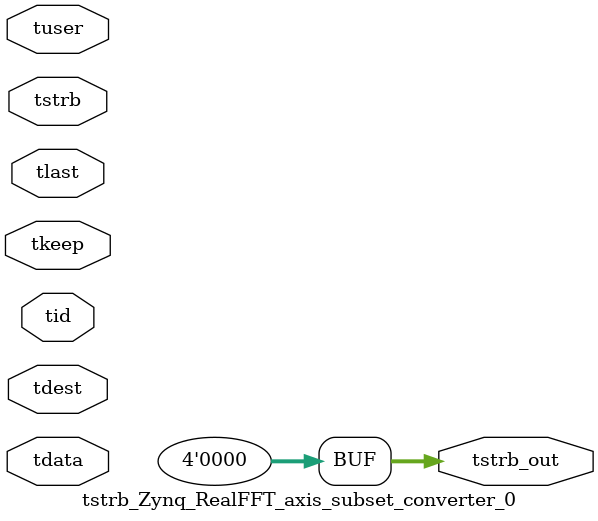
<source format=v>


`timescale 1ps/1ps

module tstrb_Zynq_RealFFT_axis_subset_converter_0 #
(
parameter C_S_AXIS_TDATA_WIDTH = 32,
parameter C_S_AXIS_TUSER_WIDTH = 0,
parameter C_S_AXIS_TID_WIDTH   = 0,
parameter C_S_AXIS_TDEST_WIDTH = 0,
parameter C_M_AXIS_TDATA_WIDTH = 32
)
(
input  [(C_S_AXIS_TDATA_WIDTH == 0 ? 1 : C_S_AXIS_TDATA_WIDTH)-1:0     ] tdata,
input  [(C_S_AXIS_TUSER_WIDTH == 0 ? 1 : C_S_AXIS_TUSER_WIDTH)-1:0     ] tuser,
input  [(C_S_AXIS_TID_WIDTH   == 0 ? 1 : C_S_AXIS_TID_WIDTH)-1:0       ] tid,
input  [(C_S_AXIS_TDEST_WIDTH == 0 ? 1 : C_S_AXIS_TDEST_WIDTH)-1:0     ] tdest,
input  [(C_S_AXIS_TDATA_WIDTH/8)-1:0 ] tkeep,
input  [(C_S_AXIS_TDATA_WIDTH/8)-1:0 ] tstrb,
input                                                                    tlast,
output [(C_M_AXIS_TDATA_WIDTH/8)-1:0 ] tstrb_out
);

assign tstrb_out = {1'b0};

endmodule


</source>
